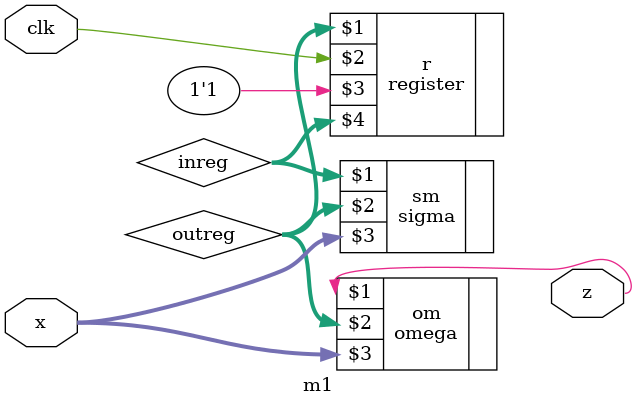
<source format=sv>
module m1 (output z,input [1:2]x,input clk);
  wire [1:2]inreg;
  wire [1:2]outreg;
  register r (outreg,clk,1'b1,inreg);
  sigma sm (inreg,outreg,x);
  omega om (z,outreg,x);
endmodule

</source>
